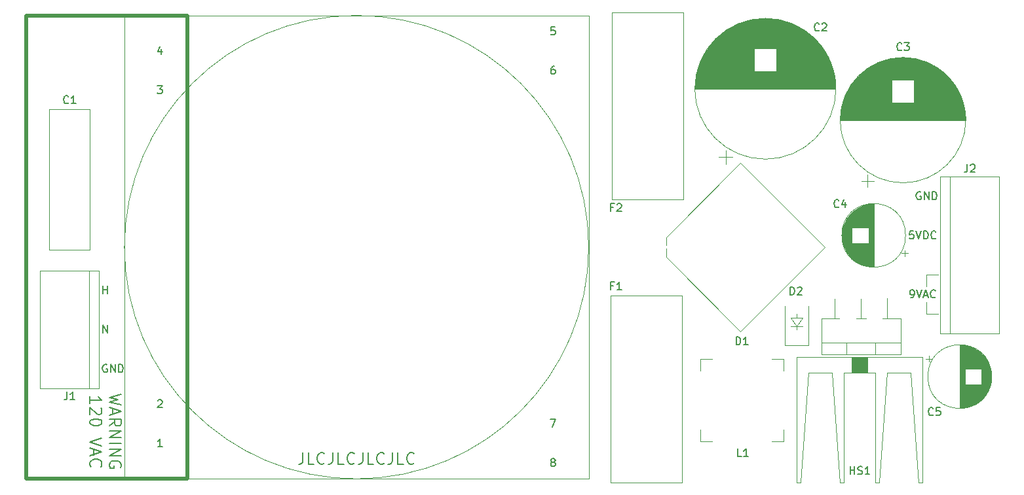
<source format=gbr>
%TF.GenerationSoftware,KiCad,Pcbnew,(5.1.9)-1*%
%TF.CreationDate,2021-06-27T18:44:15-04:00*%
%TF.ProjectId,C64PowerSupply,43363450-6f77-4657-9253-7570706c792e,A*%
%TF.SameCoordinates,Original*%
%TF.FileFunction,Legend,Top*%
%TF.FilePolarity,Positive*%
%FSLAX46Y46*%
G04 Gerber Fmt 4.6, Leading zero omitted, Abs format (unit mm)*
G04 Created by KiCad (PCBNEW (5.1.9)-1) date 2021-06-27 18:44:15*
%MOMM*%
%LPD*%
G01*
G04 APERTURE LIST*
%ADD10C,0.200000*%
%ADD11C,0.203200*%
%ADD12C,0.120000*%
%ADD13C,0.150000*%
%ADD14C,0.508000*%
%ADD15C,0.100000*%
G04 APERTURE END LIST*
D10*
X104831428Y-123130571D02*
X104831428Y-124202000D01*
X104760000Y-124416285D01*
X104617142Y-124559142D01*
X104402857Y-124630571D01*
X104260000Y-124630571D01*
X106260000Y-124630571D02*
X105545714Y-124630571D01*
X105545714Y-123130571D01*
X107617142Y-124487714D02*
X107545714Y-124559142D01*
X107331428Y-124630571D01*
X107188571Y-124630571D01*
X106974285Y-124559142D01*
X106831428Y-124416285D01*
X106760000Y-124273428D01*
X106688571Y-123987714D01*
X106688571Y-123773428D01*
X106760000Y-123487714D01*
X106831428Y-123344857D01*
X106974285Y-123202000D01*
X107188571Y-123130571D01*
X107331428Y-123130571D01*
X107545714Y-123202000D01*
X107617142Y-123273428D01*
X108688571Y-123130571D02*
X108688571Y-124202000D01*
X108617142Y-124416285D01*
X108474285Y-124559142D01*
X108260000Y-124630571D01*
X108117142Y-124630571D01*
X110117142Y-124630571D02*
X109402857Y-124630571D01*
X109402857Y-123130571D01*
X111474285Y-124487714D02*
X111402857Y-124559142D01*
X111188571Y-124630571D01*
X111045714Y-124630571D01*
X110831428Y-124559142D01*
X110688571Y-124416285D01*
X110617142Y-124273428D01*
X110545714Y-123987714D01*
X110545714Y-123773428D01*
X110617142Y-123487714D01*
X110688571Y-123344857D01*
X110831428Y-123202000D01*
X111045714Y-123130571D01*
X111188571Y-123130571D01*
X111402857Y-123202000D01*
X111474285Y-123273428D01*
X112545714Y-123130571D02*
X112545714Y-124202000D01*
X112474285Y-124416285D01*
X112331428Y-124559142D01*
X112117142Y-124630571D01*
X111974285Y-124630571D01*
X113974285Y-124630571D02*
X113260000Y-124630571D01*
X113260000Y-123130571D01*
X115331428Y-124487714D02*
X115260000Y-124559142D01*
X115045714Y-124630571D01*
X114902857Y-124630571D01*
X114688571Y-124559142D01*
X114545714Y-124416285D01*
X114474285Y-124273428D01*
X114402857Y-123987714D01*
X114402857Y-123773428D01*
X114474285Y-123487714D01*
X114545714Y-123344857D01*
X114688571Y-123202000D01*
X114902857Y-123130571D01*
X115045714Y-123130571D01*
X115260000Y-123202000D01*
X115331428Y-123273428D01*
X116402857Y-123130571D02*
X116402857Y-124202000D01*
X116331428Y-124416285D01*
X116188571Y-124559142D01*
X115974285Y-124630571D01*
X115831428Y-124630571D01*
X117831428Y-124630571D02*
X117117142Y-124630571D01*
X117117142Y-123130571D01*
X119188571Y-124487714D02*
X119117142Y-124559142D01*
X118902857Y-124630571D01*
X118760000Y-124630571D01*
X118545714Y-124559142D01*
X118402857Y-124416285D01*
X118331428Y-124273428D01*
X118260000Y-123987714D01*
X118260000Y-123773428D01*
X118331428Y-123487714D01*
X118402857Y-123344857D01*
X118545714Y-123202000D01*
X118760000Y-123130571D01*
X118902857Y-123130571D01*
X119117142Y-123202000D01*
X119188571Y-123273428D01*
D11*
X81327171Y-115606285D02*
X79803171Y-115969142D01*
X80891742Y-116259428D01*
X79803171Y-116549714D01*
X81327171Y-116912571D01*
X80238600Y-117420571D02*
X80238600Y-118146285D01*
X79803171Y-117275428D02*
X81327171Y-117783428D01*
X79803171Y-118291428D01*
X79803171Y-119670285D02*
X80528885Y-119162285D01*
X79803171Y-118799428D02*
X81327171Y-118799428D01*
X81327171Y-119380000D01*
X81254600Y-119525142D01*
X81182028Y-119597714D01*
X81036885Y-119670285D01*
X80819171Y-119670285D01*
X80674028Y-119597714D01*
X80601457Y-119525142D01*
X80528885Y-119380000D01*
X80528885Y-118799428D01*
X79803171Y-120323428D02*
X81327171Y-120323428D01*
X79803171Y-121194285D01*
X81327171Y-121194285D01*
X79803171Y-121920000D02*
X81327171Y-121920000D01*
X79803171Y-122645714D02*
X81327171Y-122645714D01*
X79803171Y-123516571D01*
X81327171Y-123516571D01*
X81254600Y-125040571D02*
X81327171Y-124895428D01*
X81327171Y-124677714D01*
X81254600Y-124460000D01*
X81109457Y-124314857D01*
X80964314Y-124242285D01*
X80674028Y-124169714D01*
X80456314Y-124169714D01*
X80166028Y-124242285D01*
X80020885Y-124314857D01*
X79875742Y-124460000D01*
X79803171Y-124677714D01*
X79803171Y-124822857D01*
X79875742Y-125040571D01*
X79948314Y-125113142D01*
X80456314Y-125113142D01*
X80456314Y-124822857D01*
X77313971Y-116731142D02*
X77313971Y-115860285D01*
X77313971Y-116295714D02*
X78837971Y-116295714D01*
X78620257Y-116150571D01*
X78475114Y-116005428D01*
X78402542Y-115860285D01*
X78692828Y-117311714D02*
X78765400Y-117384285D01*
X78837971Y-117529428D01*
X78837971Y-117892285D01*
X78765400Y-118037428D01*
X78692828Y-118110000D01*
X78547685Y-118182571D01*
X78402542Y-118182571D01*
X78184828Y-118110000D01*
X77313971Y-117239142D01*
X77313971Y-118182571D01*
X78837971Y-119126000D02*
X78837971Y-119271142D01*
X78765400Y-119416285D01*
X78692828Y-119488857D01*
X78547685Y-119561428D01*
X78257400Y-119634000D01*
X77894542Y-119634000D01*
X77604257Y-119561428D01*
X77459114Y-119488857D01*
X77386542Y-119416285D01*
X77313971Y-119271142D01*
X77313971Y-119126000D01*
X77386542Y-118980857D01*
X77459114Y-118908285D01*
X77604257Y-118835714D01*
X77894542Y-118763142D01*
X78257400Y-118763142D01*
X78547685Y-118835714D01*
X78692828Y-118908285D01*
X78765400Y-118980857D01*
X78837971Y-119126000D01*
X78837971Y-121230571D02*
X77313971Y-121738571D01*
X78837971Y-122246571D01*
X77749400Y-122682000D02*
X77749400Y-123407714D01*
X77313971Y-122536857D02*
X78837971Y-123044857D01*
X77313971Y-123552857D01*
X77459114Y-124931714D02*
X77386542Y-124859142D01*
X77313971Y-124641428D01*
X77313971Y-124496285D01*
X77386542Y-124278571D01*
X77531685Y-124133428D01*
X77676828Y-124060857D01*
X77967114Y-123988285D01*
X78184828Y-123988285D01*
X78475114Y-124060857D01*
X78620257Y-124133428D01*
X78765400Y-124278571D01*
X78837971Y-124496285D01*
X78837971Y-124641428D01*
X78765400Y-124859142D01*
X78692828Y-124931714D01*
D12*
X186436000Y-105156000D02*
X186944000Y-105156000D01*
X185420000Y-105156000D02*
X186436000Y-105156000D01*
X185420000Y-103632000D02*
X185420000Y-105156000D01*
X185420000Y-100076000D02*
X185420000Y-101600000D01*
X186944000Y-100076000D02*
X185420000Y-100076000D01*
D13*
X79502095Y-111768000D02*
X79406857Y-111720380D01*
X79264000Y-111720380D01*
X79121142Y-111768000D01*
X79025904Y-111863238D01*
X78978285Y-111958476D01*
X78930666Y-112148952D01*
X78930666Y-112291809D01*
X78978285Y-112482285D01*
X79025904Y-112577523D01*
X79121142Y-112672761D01*
X79264000Y-112720380D01*
X79359238Y-112720380D01*
X79502095Y-112672761D01*
X79549714Y-112625142D01*
X79549714Y-112291809D01*
X79359238Y-112291809D01*
X79978285Y-112720380D02*
X79978285Y-111720380D01*
X80549714Y-112720380D01*
X80549714Y-111720380D01*
X81025904Y-112720380D02*
X81025904Y-111720380D01*
X81264000Y-111720380D01*
X81406857Y-111768000D01*
X81502095Y-111863238D01*
X81549714Y-111958476D01*
X81597333Y-112148952D01*
X81597333Y-112291809D01*
X81549714Y-112482285D01*
X81502095Y-112577523D01*
X81406857Y-112672761D01*
X81264000Y-112720380D01*
X81025904Y-112720380D01*
X78962285Y-107640380D02*
X78962285Y-106640380D01*
X79533714Y-107640380D01*
X79533714Y-106640380D01*
X78962285Y-102560380D02*
X78962285Y-101560380D01*
X78962285Y-102036571D02*
X79533714Y-102036571D01*
X79533714Y-102560380D02*
X79533714Y-101560380D01*
X183364380Y-103068380D02*
X183554857Y-103068380D01*
X183650095Y-103020761D01*
X183697714Y-102973142D01*
X183792952Y-102830285D01*
X183840571Y-102639809D01*
X183840571Y-102258857D01*
X183792952Y-102163619D01*
X183745333Y-102116000D01*
X183650095Y-102068380D01*
X183459619Y-102068380D01*
X183364380Y-102116000D01*
X183316761Y-102163619D01*
X183269142Y-102258857D01*
X183269142Y-102496952D01*
X183316761Y-102592190D01*
X183364380Y-102639809D01*
X183459619Y-102687428D01*
X183650095Y-102687428D01*
X183745333Y-102639809D01*
X183792952Y-102592190D01*
X183840571Y-102496952D01*
X184126285Y-102068380D02*
X184459619Y-103068380D01*
X184792952Y-102068380D01*
X185078666Y-102782666D02*
X185554857Y-102782666D01*
X184983428Y-103068380D02*
X185316761Y-102068380D01*
X185650095Y-103068380D01*
X186554857Y-102973142D02*
X186507238Y-103020761D01*
X186364380Y-103068380D01*
X186269142Y-103068380D01*
X186126285Y-103020761D01*
X186031047Y-102925523D01*
X185983428Y-102830285D01*
X185935809Y-102639809D01*
X185935809Y-102496952D01*
X185983428Y-102306476D01*
X186031047Y-102211238D01*
X186126285Y-102116000D01*
X186269142Y-102068380D01*
X186364380Y-102068380D01*
X186507238Y-102116000D01*
X186554857Y-102163619D01*
X183721523Y-94448380D02*
X183245333Y-94448380D01*
X183197714Y-94924571D01*
X183245333Y-94876952D01*
X183340571Y-94829333D01*
X183578666Y-94829333D01*
X183673904Y-94876952D01*
X183721523Y-94924571D01*
X183769142Y-95019809D01*
X183769142Y-95257904D01*
X183721523Y-95353142D01*
X183673904Y-95400761D01*
X183578666Y-95448380D01*
X183340571Y-95448380D01*
X183245333Y-95400761D01*
X183197714Y-95353142D01*
X184054857Y-94448380D02*
X184388190Y-95448380D01*
X184721523Y-94448380D01*
X185054857Y-95448380D02*
X185054857Y-94448380D01*
X185292952Y-94448380D01*
X185435809Y-94496000D01*
X185531047Y-94591238D01*
X185578666Y-94686476D01*
X185626285Y-94876952D01*
X185626285Y-95019809D01*
X185578666Y-95210285D01*
X185531047Y-95305523D01*
X185435809Y-95400761D01*
X185292952Y-95448380D01*
X185054857Y-95448380D01*
X186626285Y-95353142D02*
X186578666Y-95400761D01*
X186435809Y-95448380D01*
X186340571Y-95448380D01*
X186197714Y-95400761D01*
X186102476Y-95305523D01*
X186054857Y-95210285D01*
X186007238Y-95019809D01*
X186007238Y-94876952D01*
X186054857Y-94686476D01*
X186102476Y-94591238D01*
X186197714Y-94496000D01*
X186340571Y-94448380D01*
X186435809Y-94448380D01*
X186578666Y-94496000D01*
X186626285Y-94543619D01*
X184658095Y-89416000D02*
X184562857Y-89368380D01*
X184420000Y-89368380D01*
X184277142Y-89416000D01*
X184181904Y-89511238D01*
X184134285Y-89606476D01*
X184086666Y-89796952D01*
X184086666Y-89939809D01*
X184134285Y-90130285D01*
X184181904Y-90225523D01*
X184277142Y-90320761D01*
X184420000Y-90368380D01*
X184515238Y-90368380D01*
X184658095Y-90320761D01*
X184705714Y-90273142D01*
X184705714Y-89939809D01*
X184515238Y-89939809D01*
X185134285Y-90368380D02*
X185134285Y-89368380D01*
X185705714Y-90368380D01*
X185705714Y-89368380D01*
X186181904Y-90368380D02*
X186181904Y-89368380D01*
X186420000Y-89368380D01*
X186562857Y-89416000D01*
X186658095Y-89511238D01*
X186705714Y-89606476D01*
X186753333Y-89796952D01*
X186753333Y-89939809D01*
X186705714Y-90130285D01*
X186658095Y-90225523D01*
X186562857Y-90320761D01*
X186420000Y-90368380D01*
X186181904Y-90368380D01*
D14*
X69088000Y-126492000D02*
X69088000Y-66548000D01*
X89916000Y-126492000D02*
X69088000Y-126492000D01*
X89916000Y-66548000D02*
X89916000Y-126492000D01*
X69088000Y-66548000D02*
X89916000Y-66548000D01*
D12*
%TO.C,J2*%
X194818000Y-87376000D02*
X187198000Y-87376000D01*
X187198000Y-107696000D02*
X194818000Y-107696000D01*
X188468000Y-107696000D02*
X188468000Y-87376000D01*
X194818000Y-87376000D02*
X194818000Y-107696000D01*
X187198000Y-87376000D02*
X187198000Y-107696000D01*
%TO.C,J1*%
X78486000Y-114808000D02*
X70866000Y-114808000D01*
X78486000Y-99568000D02*
X70866000Y-99568000D01*
X77216000Y-114808000D02*
X77216000Y-99568000D01*
X70866000Y-114808000D02*
X70866000Y-99568000D01*
X78486000Y-114808000D02*
X78486000Y-99568000D01*
%TO.C,F2*%
X153952000Y-90325000D02*
X153952000Y-66125000D01*
X144752000Y-66125000D02*
X153952000Y-66125000D01*
X144752000Y-90325000D02*
X153952000Y-90325000D01*
X144752000Y-90325000D02*
X144752000Y-66125000D01*
%TO.C,F1*%
X153825000Y-127028000D02*
X153825000Y-102828000D01*
X144625000Y-102828000D02*
X153825000Y-102828000D01*
X144625000Y-127028000D02*
X153825000Y-127028000D01*
X144625000Y-127028000D02*
X144625000Y-102828000D01*
D15*
%TO.C,HS1*%
G36*
X175768000Y-110744000D02*
G01*
X177800000Y-110744000D01*
X177800000Y-112776000D01*
X175768000Y-112776000D01*
X175768000Y-110744000D01*
G37*
X175768000Y-110744000D02*
X177800000Y-110744000D01*
X177800000Y-112776000D01*
X175768000Y-112776000D01*
X175768000Y-110744000D01*
D12*
X176784000Y-112776000D02*
X176784000Y-110744000D01*
X168656000Y-110744000D02*
X168656000Y-127000000D01*
X168656000Y-127000000D02*
X169164000Y-127000000D01*
X169164000Y-127000000D02*
X170180000Y-112776000D01*
X170180000Y-112776000D02*
X173228000Y-112776000D01*
X173228000Y-112776000D02*
X174244000Y-127000000D01*
X174244000Y-127000000D02*
X174752000Y-127000000D01*
X174752000Y-127000000D02*
X174752000Y-112776000D01*
X174752000Y-112776000D02*
X178816000Y-112776000D01*
X178816000Y-112776000D02*
X178816000Y-127000000D01*
X178816000Y-127000000D02*
X179324000Y-127000000D01*
X179324000Y-127000000D02*
X180340000Y-112776000D01*
X180340000Y-112776000D02*
X183388000Y-112776000D01*
X183388000Y-112776000D02*
X184404000Y-127000000D01*
X184404000Y-127000000D02*
X184912000Y-127000000D01*
X184912000Y-127000000D02*
X184912000Y-110744000D01*
X184912000Y-110744000D02*
X168656000Y-110744000D01*
%TO.C,D1*%
X161377464Y-107409444D02*
X151760812Y-97792792D01*
X172266908Y-96520000D02*
X161377464Y-107409444D01*
X161377464Y-85630556D02*
X172266908Y-96520000D01*
X151760812Y-95247208D02*
X161377464Y-85630556D01*
X151760812Y-96307868D02*
X151760812Y-95247208D01*
X151760812Y-97792792D02*
X151760812Y-96732132D01*
%TO.C,L1*%
X166904000Y-111022000D02*
X165404000Y-111022000D01*
X166904000Y-111022000D02*
X166904000Y-112522000D01*
X166904000Y-121642000D02*
X166904000Y-120142000D01*
X166904000Y-121642000D02*
X165404000Y-121642000D01*
X156184000Y-121642000D02*
X157684000Y-121642000D01*
X156184000Y-111022000D02*
X157684000Y-111022000D01*
X156184000Y-121642000D02*
X156184000Y-120142000D01*
X156184000Y-111022000D02*
X156184000Y-112522000D01*
%TO.C,C5*%
X193830000Y-113284000D02*
G75*
G03*
X193830000Y-113284000I-4120000J0D01*
G01*
X189710000Y-109204000D02*
X189710000Y-117364000D01*
X189750000Y-109204000D02*
X189750000Y-117364000D01*
X189790000Y-109204000D02*
X189790000Y-117364000D01*
X189830000Y-109205000D02*
X189830000Y-117363000D01*
X189870000Y-109207000D02*
X189870000Y-117361000D01*
X189910000Y-109208000D02*
X189910000Y-117360000D01*
X189950000Y-109210000D02*
X189950000Y-117358000D01*
X189990000Y-109213000D02*
X189990000Y-117355000D01*
X190030000Y-109216000D02*
X190030000Y-117352000D01*
X190070000Y-109219000D02*
X190070000Y-117349000D01*
X190110000Y-109223000D02*
X190110000Y-117345000D01*
X190150000Y-109227000D02*
X190150000Y-117341000D01*
X190190000Y-109232000D02*
X190190000Y-117336000D01*
X190230000Y-109236000D02*
X190230000Y-117332000D01*
X190270000Y-109242000D02*
X190270000Y-117326000D01*
X190310000Y-109247000D02*
X190310000Y-117321000D01*
X190350000Y-109254000D02*
X190350000Y-117314000D01*
X190390000Y-109260000D02*
X190390000Y-117308000D01*
X190431000Y-109267000D02*
X190431000Y-112244000D01*
X190431000Y-114324000D02*
X190431000Y-117301000D01*
X190471000Y-109274000D02*
X190471000Y-112244000D01*
X190471000Y-114324000D02*
X190471000Y-117294000D01*
X190511000Y-109282000D02*
X190511000Y-112244000D01*
X190511000Y-114324000D02*
X190511000Y-117286000D01*
X190551000Y-109290000D02*
X190551000Y-112244000D01*
X190551000Y-114324000D02*
X190551000Y-117278000D01*
X190591000Y-109299000D02*
X190591000Y-112244000D01*
X190591000Y-114324000D02*
X190591000Y-117269000D01*
X190631000Y-109308000D02*
X190631000Y-112244000D01*
X190631000Y-114324000D02*
X190631000Y-117260000D01*
X190671000Y-109317000D02*
X190671000Y-112244000D01*
X190671000Y-114324000D02*
X190671000Y-117251000D01*
X190711000Y-109327000D02*
X190711000Y-112244000D01*
X190711000Y-114324000D02*
X190711000Y-117241000D01*
X190751000Y-109337000D02*
X190751000Y-112244000D01*
X190751000Y-114324000D02*
X190751000Y-117231000D01*
X190791000Y-109348000D02*
X190791000Y-112244000D01*
X190791000Y-114324000D02*
X190791000Y-117220000D01*
X190831000Y-109359000D02*
X190831000Y-112244000D01*
X190831000Y-114324000D02*
X190831000Y-117209000D01*
X190871000Y-109370000D02*
X190871000Y-112244000D01*
X190871000Y-114324000D02*
X190871000Y-117198000D01*
X190911000Y-109382000D02*
X190911000Y-112244000D01*
X190911000Y-114324000D02*
X190911000Y-117186000D01*
X190951000Y-109395000D02*
X190951000Y-112244000D01*
X190951000Y-114324000D02*
X190951000Y-117173000D01*
X190991000Y-109407000D02*
X190991000Y-112244000D01*
X190991000Y-114324000D02*
X190991000Y-117161000D01*
X191031000Y-109421000D02*
X191031000Y-112244000D01*
X191031000Y-114324000D02*
X191031000Y-117147000D01*
X191071000Y-109434000D02*
X191071000Y-112244000D01*
X191071000Y-114324000D02*
X191071000Y-117134000D01*
X191111000Y-109449000D02*
X191111000Y-112244000D01*
X191111000Y-114324000D02*
X191111000Y-117119000D01*
X191151000Y-109463000D02*
X191151000Y-112244000D01*
X191151000Y-114324000D02*
X191151000Y-117105000D01*
X191191000Y-109479000D02*
X191191000Y-112244000D01*
X191191000Y-114324000D02*
X191191000Y-117089000D01*
X191231000Y-109494000D02*
X191231000Y-112244000D01*
X191231000Y-114324000D02*
X191231000Y-117074000D01*
X191271000Y-109510000D02*
X191271000Y-112244000D01*
X191271000Y-114324000D02*
X191271000Y-117058000D01*
X191311000Y-109527000D02*
X191311000Y-112244000D01*
X191311000Y-114324000D02*
X191311000Y-117041000D01*
X191351000Y-109544000D02*
X191351000Y-112244000D01*
X191351000Y-114324000D02*
X191351000Y-117024000D01*
X191391000Y-109562000D02*
X191391000Y-112244000D01*
X191391000Y-114324000D02*
X191391000Y-117006000D01*
X191431000Y-109580000D02*
X191431000Y-112244000D01*
X191431000Y-114324000D02*
X191431000Y-116988000D01*
X191471000Y-109598000D02*
X191471000Y-112244000D01*
X191471000Y-114324000D02*
X191471000Y-116970000D01*
X191511000Y-109618000D02*
X191511000Y-112244000D01*
X191511000Y-114324000D02*
X191511000Y-116950000D01*
X191551000Y-109637000D02*
X191551000Y-112244000D01*
X191551000Y-114324000D02*
X191551000Y-116931000D01*
X191591000Y-109657000D02*
X191591000Y-112244000D01*
X191591000Y-114324000D02*
X191591000Y-116911000D01*
X191631000Y-109678000D02*
X191631000Y-112244000D01*
X191631000Y-114324000D02*
X191631000Y-116890000D01*
X191671000Y-109700000D02*
X191671000Y-112244000D01*
X191671000Y-114324000D02*
X191671000Y-116868000D01*
X191711000Y-109722000D02*
X191711000Y-112244000D01*
X191711000Y-114324000D02*
X191711000Y-116846000D01*
X191751000Y-109744000D02*
X191751000Y-112244000D01*
X191751000Y-114324000D02*
X191751000Y-116824000D01*
X191791000Y-109767000D02*
X191791000Y-112244000D01*
X191791000Y-114324000D02*
X191791000Y-116801000D01*
X191831000Y-109791000D02*
X191831000Y-112244000D01*
X191831000Y-114324000D02*
X191831000Y-116777000D01*
X191871000Y-109815000D02*
X191871000Y-112244000D01*
X191871000Y-114324000D02*
X191871000Y-116753000D01*
X191911000Y-109840000D02*
X191911000Y-112244000D01*
X191911000Y-114324000D02*
X191911000Y-116728000D01*
X191951000Y-109866000D02*
X191951000Y-112244000D01*
X191951000Y-114324000D02*
X191951000Y-116702000D01*
X191991000Y-109892000D02*
X191991000Y-112244000D01*
X191991000Y-114324000D02*
X191991000Y-116676000D01*
X192031000Y-109919000D02*
X192031000Y-112244000D01*
X192031000Y-114324000D02*
X192031000Y-116649000D01*
X192071000Y-109946000D02*
X192071000Y-112244000D01*
X192071000Y-114324000D02*
X192071000Y-116622000D01*
X192111000Y-109975000D02*
X192111000Y-112244000D01*
X192111000Y-114324000D02*
X192111000Y-116593000D01*
X192151000Y-110004000D02*
X192151000Y-112244000D01*
X192151000Y-114324000D02*
X192151000Y-116564000D01*
X192191000Y-110034000D02*
X192191000Y-112244000D01*
X192191000Y-114324000D02*
X192191000Y-116534000D01*
X192231000Y-110064000D02*
X192231000Y-112244000D01*
X192231000Y-114324000D02*
X192231000Y-116504000D01*
X192271000Y-110095000D02*
X192271000Y-112244000D01*
X192271000Y-114324000D02*
X192271000Y-116473000D01*
X192311000Y-110128000D02*
X192311000Y-112244000D01*
X192311000Y-114324000D02*
X192311000Y-116440000D01*
X192351000Y-110160000D02*
X192351000Y-112244000D01*
X192351000Y-114324000D02*
X192351000Y-116408000D01*
X192391000Y-110194000D02*
X192391000Y-112244000D01*
X192391000Y-114324000D02*
X192391000Y-116374000D01*
X192431000Y-110229000D02*
X192431000Y-112244000D01*
X192431000Y-114324000D02*
X192431000Y-116339000D01*
X192471000Y-110265000D02*
X192471000Y-112244000D01*
X192471000Y-114324000D02*
X192471000Y-116303000D01*
X192511000Y-110301000D02*
X192511000Y-116267000D01*
X192551000Y-110339000D02*
X192551000Y-116229000D01*
X192591000Y-110377000D02*
X192591000Y-116191000D01*
X192631000Y-110417000D02*
X192631000Y-116151000D01*
X192671000Y-110458000D02*
X192671000Y-116110000D01*
X192711000Y-110500000D02*
X192711000Y-116068000D01*
X192751000Y-110543000D02*
X192751000Y-116025000D01*
X192791000Y-110587000D02*
X192791000Y-115981000D01*
X192831000Y-110633000D02*
X192831000Y-115935000D01*
X192871000Y-110680000D02*
X192871000Y-115888000D01*
X192911000Y-110728000D02*
X192911000Y-115840000D01*
X192951000Y-110779000D02*
X192951000Y-115789000D01*
X192991000Y-110830000D02*
X192991000Y-115738000D01*
X193031000Y-110884000D02*
X193031000Y-115684000D01*
X193071000Y-110939000D02*
X193071000Y-115629000D01*
X193111000Y-110997000D02*
X193111000Y-115571000D01*
X193151000Y-111056000D02*
X193151000Y-115512000D01*
X193191000Y-111118000D02*
X193191000Y-115450000D01*
X193231000Y-111182000D02*
X193231000Y-115386000D01*
X193271000Y-111250000D02*
X193271000Y-115318000D01*
X193311000Y-111320000D02*
X193311000Y-115248000D01*
X193351000Y-111394000D02*
X193351000Y-115174000D01*
X193391000Y-111471000D02*
X193391000Y-115097000D01*
X193431000Y-111553000D02*
X193431000Y-115015000D01*
X193471000Y-111639000D02*
X193471000Y-114929000D01*
X193511000Y-111732000D02*
X193511000Y-114836000D01*
X193551000Y-111831000D02*
X193551000Y-114737000D01*
X193591000Y-111938000D02*
X193591000Y-114630000D01*
X193631000Y-112055000D02*
X193631000Y-114513000D01*
X193671000Y-112186000D02*
X193671000Y-114382000D01*
X193711000Y-112336000D02*
X193711000Y-114232000D01*
X193751000Y-112516000D02*
X193751000Y-114052000D01*
X193791000Y-112751000D02*
X193791000Y-113817000D01*
X185300302Y-110969000D02*
X186100302Y-110969000D01*
X185700302Y-110569000D02*
X185700302Y-111369000D01*
%TO.C,D2*%
X167132000Y-104140000D02*
X167132000Y-109220000D01*
X167132000Y-109220000D02*
X170180000Y-109220000D01*
X170180000Y-109220000D02*
X170180000Y-104140000D01*
X168656000Y-106807000D02*
X167894000Y-105664000D01*
X167894000Y-105664000D02*
X169418000Y-105664000D01*
X169418000Y-105664000D02*
X168656000Y-106807000D01*
X167894000Y-106807000D02*
X169418000Y-106807000D01*
X168656000Y-105664000D02*
X168656000Y-105156000D01*
X168656000Y-106807000D02*
X168656000Y-107188000D01*
%TO.C,U1*%
X182061000Y-110428000D02*
X171820000Y-110428000D01*
X182061000Y-105787000D02*
X179705000Y-105787000D01*
X177575000Y-105787000D02*
X176305000Y-105787000D01*
X174175000Y-105787000D02*
X171820000Y-105787000D01*
X182061000Y-110428000D02*
X182061000Y-105787000D01*
X171820000Y-110428000D02*
X171820000Y-105787000D01*
X182061000Y-108919000D02*
X171820000Y-108919000D01*
X178790000Y-110428000D02*
X178790000Y-108919000D01*
X175090000Y-110428000D02*
X175090000Y-108919000D01*
X180340000Y-105787000D02*
X180340000Y-103157000D01*
X176940000Y-105787000D02*
X176940000Y-103173000D01*
X173540000Y-105787000D02*
X173540000Y-103173000D01*
%TO.C,C4*%
X182710000Y-94996000D02*
G75*
G03*
X182710000Y-94996000I-4120000J0D01*
G01*
X178590000Y-99076000D02*
X178590000Y-90916000D01*
X178550000Y-99076000D02*
X178550000Y-90916000D01*
X178510000Y-99076000D02*
X178510000Y-90916000D01*
X178470000Y-99075000D02*
X178470000Y-90917000D01*
X178430000Y-99073000D02*
X178430000Y-90919000D01*
X178390000Y-99072000D02*
X178390000Y-90920000D01*
X178350000Y-99070000D02*
X178350000Y-90922000D01*
X178310000Y-99067000D02*
X178310000Y-90925000D01*
X178270000Y-99064000D02*
X178270000Y-90928000D01*
X178230000Y-99061000D02*
X178230000Y-90931000D01*
X178190000Y-99057000D02*
X178190000Y-90935000D01*
X178150000Y-99053000D02*
X178150000Y-90939000D01*
X178110000Y-99048000D02*
X178110000Y-90944000D01*
X178070000Y-99044000D02*
X178070000Y-90948000D01*
X178030000Y-99038000D02*
X178030000Y-90954000D01*
X177990000Y-99033000D02*
X177990000Y-90959000D01*
X177950000Y-99026000D02*
X177950000Y-90966000D01*
X177910000Y-99020000D02*
X177910000Y-90972000D01*
X177869000Y-99013000D02*
X177869000Y-96036000D01*
X177869000Y-93956000D02*
X177869000Y-90979000D01*
X177829000Y-99006000D02*
X177829000Y-96036000D01*
X177829000Y-93956000D02*
X177829000Y-90986000D01*
X177789000Y-98998000D02*
X177789000Y-96036000D01*
X177789000Y-93956000D02*
X177789000Y-90994000D01*
X177749000Y-98990000D02*
X177749000Y-96036000D01*
X177749000Y-93956000D02*
X177749000Y-91002000D01*
X177709000Y-98981000D02*
X177709000Y-96036000D01*
X177709000Y-93956000D02*
X177709000Y-91011000D01*
X177669000Y-98972000D02*
X177669000Y-96036000D01*
X177669000Y-93956000D02*
X177669000Y-91020000D01*
X177629000Y-98963000D02*
X177629000Y-96036000D01*
X177629000Y-93956000D02*
X177629000Y-91029000D01*
X177589000Y-98953000D02*
X177589000Y-96036000D01*
X177589000Y-93956000D02*
X177589000Y-91039000D01*
X177549000Y-98943000D02*
X177549000Y-96036000D01*
X177549000Y-93956000D02*
X177549000Y-91049000D01*
X177509000Y-98932000D02*
X177509000Y-96036000D01*
X177509000Y-93956000D02*
X177509000Y-91060000D01*
X177469000Y-98921000D02*
X177469000Y-96036000D01*
X177469000Y-93956000D02*
X177469000Y-91071000D01*
X177429000Y-98910000D02*
X177429000Y-96036000D01*
X177429000Y-93956000D02*
X177429000Y-91082000D01*
X177389000Y-98898000D02*
X177389000Y-96036000D01*
X177389000Y-93956000D02*
X177389000Y-91094000D01*
X177349000Y-98885000D02*
X177349000Y-96036000D01*
X177349000Y-93956000D02*
X177349000Y-91107000D01*
X177309000Y-98873000D02*
X177309000Y-96036000D01*
X177309000Y-93956000D02*
X177309000Y-91119000D01*
X177269000Y-98859000D02*
X177269000Y-96036000D01*
X177269000Y-93956000D02*
X177269000Y-91133000D01*
X177229000Y-98846000D02*
X177229000Y-96036000D01*
X177229000Y-93956000D02*
X177229000Y-91146000D01*
X177189000Y-98831000D02*
X177189000Y-96036000D01*
X177189000Y-93956000D02*
X177189000Y-91161000D01*
X177149000Y-98817000D02*
X177149000Y-96036000D01*
X177149000Y-93956000D02*
X177149000Y-91175000D01*
X177109000Y-98801000D02*
X177109000Y-96036000D01*
X177109000Y-93956000D02*
X177109000Y-91191000D01*
X177069000Y-98786000D02*
X177069000Y-96036000D01*
X177069000Y-93956000D02*
X177069000Y-91206000D01*
X177029000Y-98770000D02*
X177029000Y-96036000D01*
X177029000Y-93956000D02*
X177029000Y-91222000D01*
X176989000Y-98753000D02*
X176989000Y-96036000D01*
X176989000Y-93956000D02*
X176989000Y-91239000D01*
X176949000Y-98736000D02*
X176949000Y-96036000D01*
X176949000Y-93956000D02*
X176949000Y-91256000D01*
X176909000Y-98718000D02*
X176909000Y-96036000D01*
X176909000Y-93956000D02*
X176909000Y-91274000D01*
X176869000Y-98700000D02*
X176869000Y-96036000D01*
X176869000Y-93956000D02*
X176869000Y-91292000D01*
X176829000Y-98682000D02*
X176829000Y-96036000D01*
X176829000Y-93956000D02*
X176829000Y-91310000D01*
X176789000Y-98662000D02*
X176789000Y-96036000D01*
X176789000Y-93956000D02*
X176789000Y-91330000D01*
X176749000Y-98643000D02*
X176749000Y-96036000D01*
X176749000Y-93956000D02*
X176749000Y-91349000D01*
X176709000Y-98623000D02*
X176709000Y-96036000D01*
X176709000Y-93956000D02*
X176709000Y-91369000D01*
X176669000Y-98602000D02*
X176669000Y-96036000D01*
X176669000Y-93956000D02*
X176669000Y-91390000D01*
X176629000Y-98580000D02*
X176629000Y-96036000D01*
X176629000Y-93956000D02*
X176629000Y-91412000D01*
X176589000Y-98558000D02*
X176589000Y-96036000D01*
X176589000Y-93956000D02*
X176589000Y-91434000D01*
X176549000Y-98536000D02*
X176549000Y-96036000D01*
X176549000Y-93956000D02*
X176549000Y-91456000D01*
X176509000Y-98513000D02*
X176509000Y-96036000D01*
X176509000Y-93956000D02*
X176509000Y-91479000D01*
X176469000Y-98489000D02*
X176469000Y-96036000D01*
X176469000Y-93956000D02*
X176469000Y-91503000D01*
X176429000Y-98465000D02*
X176429000Y-96036000D01*
X176429000Y-93956000D02*
X176429000Y-91527000D01*
X176389000Y-98440000D02*
X176389000Y-96036000D01*
X176389000Y-93956000D02*
X176389000Y-91552000D01*
X176349000Y-98414000D02*
X176349000Y-96036000D01*
X176349000Y-93956000D02*
X176349000Y-91578000D01*
X176309000Y-98388000D02*
X176309000Y-96036000D01*
X176309000Y-93956000D02*
X176309000Y-91604000D01*
X176269000Y-98361000D02*
X176269000Y-96036000D01*
X176269000Y-93956000D02*
X176269000Y-91631000D01*
X176229000Y-98334000D02*
X176229000Y-96036000D01*
X176229000Y-93956000D02*
X176229000Y-91658000D01*
X176189000Y-98305000D02*
X176189000Y-96036000D01*
X176189000Y-93956000D02*
X176189000Y-91687000D01*
X176149000Y-98276000D02*
X176149000Y-96036000D01*
X176149000Y-93956000D02*
X176149000Y-91716000D01*
X176109000Y-98246000D02*
X176109000Y-96036000D01*
X176109000Y-93956000D02*
X176109000Y-91746000D01*
X176069000Y-98216000D02*
X176069000Y-96036000D01*
X176069000Y-93956000D02*
X176069000Y-91776000D01*
X176029000Y-98185000D02*
X176029000Y-96036000D01*
X176029000Y-93956000D02*
X176029000Y-91807000D01*
X175989000Y-98152000D02*
X175989000Y-96036000D01*
X175989000Y-93956000D02*
X175989000Y-91840000D01*
X175949000Y-98120000D02*
X175949000Y-96036000D01*
X175949000Y-93956000D02*
X175949000Y-91872000D01*
X175909000Y-98086000D02*
X175909000Y-96036000D01*
X175909000Y-93956000D02*
X175909000Y-91906000D01*
X175869000Y-98051000D02*
X175869000Y-96036000D01*
X175869000Y-93956000D02*
X175869000Y-91941000D01*
X175829000Y-98015000D02*
X175829000Y-96036000D01*
X175829000Y-93956000D02*
X175829000Y-91977000D01*
X175789000Y-97979000D02*
X175789000Y-92013000D01*
X175749000Y-97941000D02*
X175749000Y-92051000D01*
X175709000Y-97903000D02*
X175709000Y-92089000D01*
X175669000Y-97863000D02*
X175669000Y-92129000D01*
X175629000Y-97822000D02*
X175629000Y-92170000D01*
X175589000Y-97780000D02*
X175589000Y-92212000D01*
X175549000Y-97737000D02*
X175549000Y-92255000D01*
X175509000Y-97693000D02*
X175509000Y-92299000D01*
X175469000Y-97647000D02*
X175469000Y-92345000D01*
X175429000Y-97600000D02*
X175429000Y-92392000D01*
X175389000Y-97552000D02*
X175389000Y-92440000D01*
X175349000Y-97501000D02*
X175349000Y-92491000D01*
X175309000Y-97450000D02*
X175309000Y-92542000D01*
X175269000Y-97396000D02*
X175269000Y-92596000D01*
X175229000Y-97341000D02*
X175229000Y-92651000D01*
X175189000Y-97283000D02*
X175189000Y-92709000D01*
X175149000Y-97224000D02*
X175149000Y-92768000D01*
X175109000Y-97162000D02*
X175109000Y-92830000D01*
X175069000Y-97098000D02*
X175069000Y-92894000D01*
X175029000Y-97030000D02*
X175029000Y-92962000D01*
X174989000Y-96960000D02*
X174989000Y-93032000D01*
X174949000Y-96886000D02*
X174949000Y-93106000D01*
X174909000Y-96809000D02*
X174909000Y-93183000D01*
X174869000Y-96727000D02*
X174869000Y-93265000D01*
X174829000Y-96641000D02*
X174829000Y-93351000D01*
X174789000Y-96548000D02*
X174789000Y-93444000D01*
X174749000Y-96449000D02*
X174749000Y-93543000D01*
X174709000Y-96342000D02*
X174709000Y-93650000D01*
X174669000Y-96225000D02*
X174669000Y-93767000D01*
X174629000Y-96094000D02*
X174629000Y-93898000D01*
X174589000Y-95944000D02*
X174589000Y-94048000D01*
X174549000Y-95764000D02*
X174549000Y-94228000D01*
X174509000Y-95529000D02*
X174509000Y-94463000D01*
X182999698Y-97311000D02*
X182199698Y-97311000D01*
X182599698Y-97711000D02*
X182599698Y-96911000D01*
%TO.C,C3*%
X190492000Y-80070000D02*
G75*
G03*
X190492000Y-80070000I-8120000J0D01*
G01*
X174291000Y-80070000D02*
X190453000Y-80070000D01*
X174292000Y-80030000D02*
X190452000Y-80030000D01*
X174292000Y-79990000D02*
X190452000Y-79990000D01*
X174292000Y-79950000D02*
X190452000Y-79950000D01*
X174293000Y-79910000D02*
X190451000Y-79910000D01*
X174294000Y-79870000D02*
X190450000Y-79870000D01*
X174295000Y-79830000D02*
X190449000Y-79830000D01*
X174296000Y-79790000D02*
X190448000Y-79790000D01*
X174298000Y-79750000D02*
X190446000Y-79750000D01*
X174299000Y-79710000D02*
X190445000Y-79710000D01*
X174301000Y-79670000D02*
X190443000Y-79670000D01*
X174303000Y-79630000D02*
X190441000Y-79630000D01*
X174306000Y-79590000D02*
X190438000Y-79590000D01*
X174308000Y-79550000D02*
X190436000Y-79550000D01*
X174311000Y-79510000D02*
X190433000Y-79510000D01*
X174314000Y-79470000D02*
X190430000Y-79470000D01*
X174317000Y-79430000D02*
X190427000Y-79430000D01*
X174320000Y-79390000D02*
X190424000Y-79390000D01*
X174323000Y-79349000D02*
X190421000Y-79349000D01*
X174327000Y-79309000D02*
X190417000Y-79309000D01*
X174331000Y-79269000D02*
X190413000Y-79269000D01*
X174335000Y-79229000D02*
X190409000Y-79229000D01*
X174339000Y-79189000D02*
X190405000Y-79189000D01*
X174344000Y-79149000D02*
X190400000Y-79149000D01*
X174348000Y-79109000D02*
X190396000Y-79109000D01*
X174353000Y-79069000D02*
X190391000Y-79069000D01*
X174358000Y-79029000D02*
X190386000Y-79029000D01*
X174364000Y-78989000D02*
X190380000Y-78989000D01*
X174369000Y-78949000D02*
X190375000Y-78949000D01*
X174375000Y-78909000D02*
X190369000Y-78909000D01*
X174381000Y-78869000D02*
X190363000Y-78869000D01*
X174387000Y-78829000D02*
X190357000Y-78829000D01*
X174393000Y-78789000D02*
X190351000Y-78789000D01*
X174400000Y-78749000D02*
X190344000Y-78749000D01*
X174406000Y-78709000D02*
X190338000Y-78709000D01*
X174413000Y-78669000D02*
X190331000Y-78669000D01*
X174420000Y-78629000D02*
X190324000Y-78629000D01*
X174428000Y-78589000D02*
X190316000Y-78589000D01*
X174435000Y-78549000D02*
X190309000Y-78549000D01*
X174443000Y-78509000D02*
X190301000Y-78509000D01*
X174451000Y-78469000D02*
X190293000Y-78469000D01*
X174459000Y-78429000D02*
X190285000Y-78429000D01*
X174467000Y-78389000D02*
X190277000Y-78389000D01*
X174476000Y-78349000D02*
X190268000Y-78349000D01*
X174485000Y-78309000D02*
X190259000Y-78309000D01*
X174494000Y-78269000D02*
X190250000Y-78269000D01*
X174503000Y-78229000D02*
X190241000Y-78229000D01*
X174512000Y-78189000D02*
X190232000Y-78189000D01*
X174522000Y-78149000D02*
X190222000Y-78149000D01*
X174532000Y-78109000D02*
X190212000Y-78109000D01*
X174542000Y-78069000D02*
X190202000Y-78069000D01*
X174552000Y-78029000D02*
X190192000Y-78029000D01*
X174562000Y-77989000D02*
X190182000Y-77989000D01*
X174573000Y-77949000D02*
X190171000Y-77949000D01*
X174584000Y-77909000D02*
X190160000Y-77909000D01*
X174595000Y-77869000D02*
X190149000Y-77869000D01*
X174607000Y-77829000D02*
X190137000Y-77829000D01*
X174618000Y-77789000D02*
X190126000Y-77789000D01*
X174630000Y-77749000D02*
X180932000Y-77749000D01*
X183812000Y-77749000D02*
X190114000Y-77749000D01*
X174642000Y-77709000D02*
X180932000Y-77709000D01*
X183812000Y-77709000D02*
X190102000Y-77709000D01*
X174654000Y-77669000D02*
X180932000Y-77669000D01*
X183812000Y-77669000D02*
X190090000Y-77669000D01*
X174667000Y-77629000D02*
X180932000Y-77629000D01*
X183812000Y-77629000D02*
X190077000Y-77629000D01*
X174679000Y-77589000D02*
X180932000Y-77589000D01*
X183812000Y-77589000D02*
X190065000Y-77589000D01*
X174692000Y-77549000D02*
X180932000Y-77549000D01*
X183812000Y-77549000D02*
X190052000Y-77549000D01*
X174706000Y-77509000D02*
X180932000Y-77509000D01*
X183812000Y-77509000D02*
X190038000Y-77509000D01*
X174719000Y-77469000D02*
X180932000Y-77469000D01*
X183812000Y-77469000D02*
X190025000Y-77469000D01*
X174733000Y-77429000D02*
X180932000Y-77429000D01*
X183812000Y-77429000D02*
X190011000Y-77429000D01*
X174747000Y-77389000D02*
X180932000Y-77389000D01*
X183812000Y-77389000D02*
X189997000Y-77389000D01*
X174761000Y-77349000D02*
X180932000Y-77349000D01*
X183812000Y-77349000D02*
X189983000Y-77349000D01*
X174775000Y-77309000D02*
X180932000Y-77309000D01*
X183812000Y-77309000D02*
X189969000Y-77309000D01*
X174790000Y-77269000D02*
X180932000Y-77269000D01*
X183812000Y-77269000D02*
X189954000Y-77269000D01*
X174804000Y-77229000D02*
X180932000Y-77229000D01*
X183812000Y-77229000D02*
X189940000Y-77229000D01*
X174819000Y-77189000D02*
X180932000Y-77189000D01*
X183812000Y-77189000D02*
X189925000Y-77189000D01*
X174835000Y-77149000D02*
X180932000Y-77149000D01*
X183812000Y-77149000D02*
X189909000Y-77149000D01*
X174850000Y-77109000D02*
X180932000Y-77109000D01*
X183812000Y-77109000D02*
X189894000Y-77109000D01*
X174866000Y-77069000D02*
X180932000Y-77069000D01*
X183812000Y-77069000D02*
X189878000Y-77069000D01*
X174882000Y-77029000D02*
X180932000Y-77029000D01*
X183812000Y-77029000D02*
X189862000Y-77029000D01*
X174898000Y-76989000D02*
X180932000Y-76989000D01*
X183812000Y-76989000D02*
X189846000Y-76989000D01*
X174915000Y-76949000D02*
X180932000Y-76949000D01*
X183812000Y-76949000D02*
X189829000Y-76949000D01*
X174932000Y-76909000D02*
X180932000Y-76909000D01*
X183812000Y-76909000D02*
X189812000Y-76909000D01*
X174949000Y-76869000D02*
X180932000Y-76869000D01*
X183812000Y-76869000D02*
X189795000Y-76869000D01*
X174966000Y-76829000D02*
X180932000Y-76829000D01*
X183812000Y-76829000D02*
X189778000Y-76829000D01*
X174983000Y-76789000D02*
X180932000Y-76789000D01*
X183812000Y-76789000D02*
X189761000Y-76789000D01*
X175001000Y-76749000D02*
X180932000Y-76749000D01*
X183812000Y-76749000D02*
X189743000Y-76749000D01*
X175019000Y-76709000D02*
X180932000Y-76709000D01*
X183812000Y-76709000D02*
X189725000Y-76709000D01*
X175038000Y-76669000D02*
X180932000Y-76669000D01*
X183812000Y-76669000D02*
X189706000Y-76669000D01*
X175056000Y-76629000D02*
X180932000Y-76629000D01*
X183812000Y-76629000D02*
X189688000Y-76629000D01*
X175075000Y-76589000D02*
X180932000Y-76589000D01*
X183812000Y-76589000D02*
X189669000Y-76589000D01*
X175094000Y-76549000D02*
X180932000Y-76549000D01*
X183812000Y-76549000D02*
X189650000Y-76549000D01*
X175114000Y-76509000D02*
X180932000Y-76509000D01*
X183812000Y-76509000D02*
X189630000Y-76509000D01*
X175133000Y-76469000D02*
X180932000Y-76469000D01*
X183812000Y-76469000D02*
X189611000Y-76469000D01*
X175153000Y-76429000D02*
X180932000Y-76429000D01*
X183812000Y-76429000D02*
X189591000Y-76429000D01*
X175173000Y-76389000D02*
X180932000Y-76389000D01*
X183812000Y-76389000D02*
X189571000Y-76389000D01*
X175194000Y-76349000D02*
X180932000Y-76349000D01*
X183812000Y-76349000D02*
X189550000Y-76349000D01*
X175215000Y-76309000D02*
X180932000Y-76309000D01*
X183812000Y-76309000D02*
X189529000Y-76309000D01*
X175236000Y-76269000D02*
X180932000Y-76269000D01*
X183812000Y-76269000D02*
X189508000Y-76269000D01*
X175257000Y-76229000D02*
X180932000Y-76229000D01*
X183812000Y-76229000D02*
X189487000Y-76229000D01*
X175278000Y-76189000D02*
X180932000Y-76189000D01*
X183812000Y-76189000D02*
X189466000Y-76189000D01*
X175300000Y-76149000D02*
X180932000Y-76149000D01*
X183812000Y-76149000D02*
X189444000Y-76149000D01*
X175323000Y-76109000D02*
X180932000Y-76109000D01*
X183812000Y-76109000D02*
X189421000Y-76109000D01*
X175345000Y-76069000D02*
X180932000Y-76069000D01*
X183812000Y-76069000D02*
X189399000Y-76069000D01*
X175368000Y-76029000D02*
X180932000Y-76029000D01*
X183812000Y-76029000D02*
X189376000Y-76029000D01*
X175391000Y-75989000D02*
X180932000Y-75989000D01*
X183812000Y-75989000D02*
X189353000Y-75989000D01*
X175414000Y-75949000D02*
X180932000Y-75949000D01*
X183812000Y-75949000D02*
X189330000Y-75949000D01*
X175438000Y-75909000D02*
X180932000Y-75909000D01*
X183812000Y-75909000D02*
X189306000Y-75909000D01*
X175462000Y-75869000D02*
X180932000Y-75869000D01*
X183812000Y-75869000D02*
X189282000Y-75869000D01*
X175486000Y-75829000D02*
X180932000Y-75829000D01*
X183812000Y-75829000D02*
X189258000Y-75829000D01*
X175511000Y-75789000D02*
X180932000Y-75789000D01*
X183812000Y-75789000D02*
X189233000Y-75789000D01*
X175536000Y-75749000D02*
X180932000Y-75749000D01*
X183812000Y-75749000D02*
X189208000Y-75749000D01*
X175561000Y-75709000D02*
X180932000Y-75709000D01*
X183812000Y-75709000D02*
X189183000Y-75709000D01*
X175587000Y-75669000D02*
X180932000Y-75669000D01*
X183812000Y-75669000D02*
X189157000Y-75669000D01*
X175613000Y-75629000D02*
X180932000Y-75629000D01*
X183812000Y-75629000D02*
X189131000Y-75629000D01*
X175639000Y-75589000D02*
X180932000Y-75589000D01*
X183812000Y-75589000D02*
X189105000Y-75589000D01*
X175666000Y-75549000D02*
X180932000Y-75549000D01*
X183812000Y-75549000D02*
X189078000Y-75549000D01*
X175693000Y-75509000D02*
X180932000Y-75509000D01*
X183812000Y-75509000D02*
X189051000Y-75509000D01*
X175720000Y-75469000D02*
X180932000Y-75469000D01*
X183812000Y-75469000D02*
X189024000Y-75469000D01*
X175748000Y-75429000D02*
X180932000Y-75429000D01*
X183812000Y-75429000D02*
X188996000Y-75429000D01*
X175776000Y-75389000D02*
X180932000Y-75389000D01*
X183812000Y-75389000D02*
X188968000Y-75389000D01*
X175804000Y-75349000D02*
X180932000Y-75349000D01*
X183812000Y-75349000D02*
X188940000Y-75349000D01*
X175833000Y-75309000D02*
X180932000Y-75309000D01*
X183812000Y-75309000D02*
X188911000Y-75309000D01*
X175862000Y-75269000D02*
X180932000Y-75269000D01*
X183812000Y-75269000D02*
X188882000Y-75269000D01*
X175892000Y-75229000D02*
X180932000Y-75229000D01*
X183812000Y-75229000D02*
X188852000Y-75229000D01*
X175922000Y-75189000D02*
X180932000Y-75189000D01*
X183812000Y-75189000D02*
X188822000Y-75189000D01*
X175952000Y-75149000D02*
X180932000Y-75149000D01*
X183812000Y-75149000D02*
X188792000Y-75149000D01*
X175982000Y-75109000D02*
X180932000Y-75109000D01*
X183812000Y-75109000D02*
X188762000Y-75109000D01*
X176014000Y-75069000D02*
X180932000Y-75069000D01*
X183812000Y-75069000D02*
X188730000Y-75069000D01*
X176045000Y-75029000D02*
X180932000Y-75029000D01*
X183812000Y-75029000D02*
X188699000Y-75029000D01*
X176077000Y-74989000D02*
X180932000Y-74989000D01*
X183812000Y-74989000D02*
X188667000Y-74989000D01*
X176109000Y-74949000D02*
X180932000Y-74949000D01*
X183812000Y-74949000D02*
X188635000Y-74949000D01*
X176142000Y-74909000D02*
X180932000Y-74909000D01*
X183812000Y-74909000D02*
X188602000Y-74909000D01*
X176175000Y-74869000D02*
X188569000Y-74869000D01*
X176209000Y-74829000D02*
X188535000Y-74829000D01*
X176243000Y-74789000D02*
X188501000Y-74789000D01*
X176277000Y-74749000D02*
X188467000Y-74749000D01*
X176312000Y-74709000D02*
X188432000Y-74709000D01*
X176347000Y-74669000D02*
X188397000Y-74669000D01*
X176383000Y-74629000D02*
X188361000Y-74629000D01*
X176420000Y-74589000D02*
X188324000Y-74589000D01*
X176456000Y-74549000D02*
X188288000Y-74549000D01*
X176494000Y-74509000D02*
X188250000Y-74509000D01*
X176532000Y-74469000D02*
X188212000Y-74469000D01*
X176570000Y-74429000D02*
X188174000Y-74429000D01*
X176609000Y-74389000D02*
X188135000Y-74389000D01*
X176648000Y-74349000D02*
X188096000Y-74349000D01*
X176688000Y-74309000D02*
X188056000Y-74309000D01*
X176729000Y-74269000D02*
X188015000Y-74269000D01*
X176770000Y-74229000D02*
X187974000Y-74229000D01*
X176812000Y-74189000D02*
X187932000Y-74189000D01*
X176854000Y-74149000D02*
X187890000Y-74149000D01*
X176897000Y-74109000D02*
X187847000Y-74109000D01*
X176940000Y-74069000D02*
X187804000Y-74069000D01*
X176984000Y-74029000D02*
X187760000Y-74029000D01*
X177029000Y-73989000D02*
X187715000Y-73989000D01*
X177075000Y-73949000D02*
X187669000Y-73949000D01*
X177121000Y-73909000D02*
X187623000Y-73909000D01*
X177168000Y-73869000D02*
X187576000Y-73869000D01*
X177216000Y-73829000D02*
X187528000Y-73829000D01*
X177264000Y-73789000D02*
X187480000Y-73789000D01*
X177313000Y-73749000D02*
X187431000Y-73749000D01*
X177363000Y-73709000D02*
X187381000Y-73709000D01*
X177414000Y-73669000D02*
X187330000Y-73669000D01*
X177466000Y-73629000D02*
X187278000Y-73629000D01*
X177518000Y-73589000D02*
X187226000Y-73589000D01*
X177572000Y-73549000D02*
X187172000Y-73549000D01*
X177626000Y-73509000D02*
X187118000Y-73509000D01*
X177681000Y-73469000D02*
X187063000Y-73469000D01*
X177738000Y-73429000D02*
X187006000Y-73429000D01*
X177795000Y-73389000D02*
X186949000Y-73389000D01*
X177853000Y-73349000D02*
X186891000Y-73349000D01*
X177913000Y-73309000D02*
X186831000Y-73309000D01*
X177974000Y-73269000D02*
X186770000Y-73269000D01*
X178036000Y-73229000D02*
X186708000Y-73229000D01*
X178099000Y-73189000D02*
X186645000Y-73189000D01*
X178163000Y-73149000D02*
X186581000Y-73149000D01*
X178229000Y-73109000D02*
X186515000Y-73109000D01*
X178296000Y-73069000D02*
X186448000Y-73069000D01*
X178365000Y-73029000D02*
X186379000Y-73029000D01*
X178436000Y-72989000D02*
X186308000Y-72989000D01*
X178508000Y-72949000D02*
X186236000Y-72949000D01*
X178582000Y-72909000D02*
X186162000Y-72909000D01*
X178657000Y-72869000D02*
X186087000Y-72869000D01*
X178735000Y-72829000D02*
X186009000Y-72829000D01*
X178815000Y-72789000D02*
X185929000Y-72789000D01*
X178897000Y-72749000D02*
X185847000Y-72749000D01*
X178982000Y-72709000D02*
X185762000Y-72709000D01*
X179069000Y-72669000D02*
X185675000Y-72669000D01*
X179159000Y-72629000D02*
X185585000Y-72629000D01*
X179252000Y-72589000D02*
X185492000Y-72589000D01*
X179348000Y-72549000D02*
X185396000Y-72549000D01*
X179448000Y-72509000D02*
X185296000Y-72509000D01*
X179552000Y-72469000D02*
X185192000Y-72469000D01*
X179661000Y-72429000D02*
X185083000Y-72429000D01*
X179775000Y-72389000D02*
X184969000Y-72389000D01*
X179894000Y-72349000D02*
X184850000Y-72349000D01*
X180021000Y-72309000D02*
X184723000Y-72309000D01*
X180154000Y-72269000D02*
X184590000Y-72269000D01*
X180298000Y-72229000D02*
X184446000Y-72229000D01*
X180452000Y-72189000D02*
X184292000Y-72189000D01*
X180620000Y-72149000D02*
X184124000Y-72149000D01*
X180808000Y-72109000D02*
X183936000Y-72109000D01*
X181021000Y-72069000D02*
X183723000Y-72069000D01*
X181274000Y-72029000D02*
X183470000Y-72029000D01*
X181607000Y-71989000D02*
X183137000Y-71989000D01*
X177817000Y-88759491D02*
X177817000Y-87159491D01*
X177017000Y-87959491D02*
X178617000Y-87959491D01*
%TO.C,C2*%
X173712000Y-76006000D02*
G75*
G03*
X173712000Y-76006000I-9120000J0D01*
G01*
X155511000Y-76006000D02*
X173673000Y-76006000D01*
X155512000Y-75966000D02*
X173672000Y-75966000D01*
X155512000Y-75926000D02*
X173672000Y-75926000D01*
X155512000Y-75886000D02*
X173672000Y-75886000D01*
X155513000Y-75846000D02*
X173671000Y-75846000D01*
X155514000Y-75806000D02*
X173670000Y-75806000D01*
X155515000Y-75766000D02*
X173669000Y-75766000D01*
X155516000Y-75726000D02*
X173668000Y-75726000D01*
X155517000Y-75686000D02*
X173667000Y-75686000D01*
X155519000Y-75646000D02*
X173665000Y-75646000D01*
X155520000Y-75606000D02*
X173664000Y-75606000D01*
X155522000Y-75566000D02*
X173662000Y-75566000D01*
X155524000Y-75526000D02*
X173660000Y-75526000D01*
X155526000Y-75486000D02*
X173658000Y-75486000D01*
X155529000Y-75446000D02*
X173655000Y-75446000D01*
X155531000Y-75406000D02*
X173653000Y-75406000D01*
X155534000Y-75366000D02*
X173650000Y-75366000D01*
X155537000Y-75326000D02*
X173647000Y-75326000D01*
X155540000Y-75285000D02*
X173644000Y-75285000D01*
X155543000Y-75245000D02*
X173641000Y-75245000D01*
X155547000Y-75205000D02*
X173637000Y-75205000D01*
X155550000Y-75165000D02*
X173634000Y-75165000D01*
X155554000Y-75125000D02*
X173630000Y-75125000D01*
X155558000Y-75085000D02*
X173626000Y-75085000D01*
X155562000Y-75045000D02*
X173622000Y-75045000D01*
X155566000Y-75005000D02*
X173618000Y-75005000D01*
X155571000Y-74965000D02*
X173613000Y-74965000D01*
X155576000Y-74925000D02*
X173608000Y-74925000D01*
X155581000Y-74885000D02*
X173603000Y-74885000D01*
X155586000Y-74845000D02*
X173598000Y-74845000D01*
X155591000Y-74805000D02*
X173593000Y-74805000D01*
X155596000Y-74765000D02*
X173588000Y-74765000D01*
X155602000Y-74725000D02*
X173582000Y-74725000D01*
X155608000Y-74685000D02*
X173576000Y-74685000D01*
X155613000Y-74645000D02*
X173571000Y-74645000D01*
X155620000Y-74605000D02*
X173564000Y-74605000D01*
X155626000Y-74565000D02*
X173558000Y-74565000D01*
X155632000Y-74525000D02*
X173552000Y-74525000D01*
X155639000Y-74485000D02*
X173545000Y-74485000D01*
X155646000Y-74445000D02*
X173538000Y-74445000D01*
X155653000Y-74405000D02*
X173531000Y-74405000D01*
X155660000Y-74365000D02*
X173524000Y-74365000D01*
X155668000Y-74325000D02*
X173516000Y-74325000D01*
X155675000Y-74285000D02*
X173509000Y-74285000D01*
X155683000Y-74245000D02*
X173501000Y-74245000D01*
X155691000Y-74205000D02*
X173493000Y-74205000D01*
X155699000Y-74165000D02*
X173485000Y-74165000D01*
X155707000Y-74125000D02*
X173477000Y-74125000D01*
X155716000Y-74085000D02*
X173468000Y-74085000D01*
X155725000Y-74045000D02*
X173459000Y-74045000D01*
X155734000Y-74005000D02*
X173450000Y-74005000D01*
X155743000Y-73965000D02*
X173441000Y-73965000D01*
X155752000Y-73925000D02*
X173432000Y-73925000D01*
X155761000Y-73885000D02*
X173423000Y-73885000D01*
X155771000Y-73845000D02*
X173413000Y-73845000D01*
X155781000Y-73805000D02*
X173403000Y-73805000D01*
X155791000Y-73765000D02*
X173393000Y-73765000D01*
X155801000Y-73725000D02*
X173383000Y-73725000D01*
X155812000Y-73685000D02*
X163152000Y-73685000D01*
X166032000Y-73685000D02*
X173372000Y-73685000D01*
X155822000Y-73645000D02*
X163152000Y-73645000D01*
X166032000Y-73645000D02*
X173362000Y-73645000D01*
X155833000Y-73605000D02*
X163152000Y-73605000D01*
X166032000Y-73605000D02*
X173351000Y-73605000D01*
X155844000Y-73565000D02*
X163152000Y-73565000D01*
X166032000Y-73565000D02*
X173340000Y-73565000D01*
X155855000Y-73525000D02*
X163152000Y-73525000D01*
X166032000Y-73525000D02*
X173329000Y-73525000D01*
X155867000Y-73485000D02*
X163152000Y-73485000D01*
X166032000Y-73485000D02*
X173317000Y-73485000D01*
X155878000Y-73445000D02*
X163152000Y-73445000D01*
X166032000Y-73445000D02*
X173306000Y-73445000D01*
X155890000Y-73405000D02*
X163152000Y-73405000D01*
X166032000Y-73405000D02*
X173294000Y-73405000D01*
X155902000Y-73365000D02*
X163152000Y-73365000D01*
X166032000Y-73365000D02*
X173282000Y-73365000D01*
X155914000Y-73325000D02*
X163152000Y-73325000D01*
X166032000Y-73325000D02*
X173270000Y-73325000D01*
X155927000Y-73285000D02*
X163152000Y-73285000D01*
X166032000Y-73285000D02*
X173257000Y-73285000D01*
X155939000Y-73245000D02*
X163152000Y-73245000D01*
X166032000Y-73245000D02*
X173245000Y-73245000D01*
X155952000Y-73205000D02*
X163152000Y-73205000D01*
X166032000Y-73205000D02*
X173232000Y-73205000D01*
X155965000Y-73165000D02*
X163152000Y-73165000D01*
X166032000Y-73165000D02*
X173219000Y-73165000D01*
X155978000Y-73125000D02*
X163152000Y-73125000D01*
X166032000Y-73125000D02*
X173206000Y-73125000D01*
X155992000Y-73085000D02*
X163152000Y-73085000D01*
X166032000Y-73085000D02*
X173192000Y-73085000D01*
X156005000Y-73045000D02*
X163152000Y-73045000D01*
X166032000Y-73045000D02*
X173179000Y-73045000D01*
X156019000Y-73005000D02*
X163152000Y-73005000D01*
X166032000Y-73005000D02*
X173165000Y-73005000D01*
X156033000Y-72965000D02*
X163152000Y-72965000D01*
X166032000Y-72965000D02*
X173151000Y-72965000D01*
X156047000Y-72925000D02*
X163152000Y-72925000D01*
X166032000Y-72925000D02*
X173137000Y-72925000D01*
X156062000Y-72885000D02*
X163152000Y-72885000D01*
X166032000Y-72885000D02*
X173122000Y-72885000D01*
X156076000Y-72845000D02*
X163152000Y-72845000D01*
X166032000Y-72845000D02*
X173108000Y-72845000D01*
X156091000Y-72805000D02*
X163152000Y-72805000D01*
X166032000Y-72805000D02*
X173093000Y-72805000D01*
X156106000Y-72765000D02*
X163152000Y-72765000D01*
X166032000Y-72765000D02*
X173078000Y-72765000D01*
X156122000Y-72725000D02*
X163152000Y-72725000D01*
X166032000Y-72725000D02*
X173062000Y-72725000D01*
X156137000Y-72685000D02*
X163152000Y-72685000D01*
X166032000Y-72685000D02*
X173047000Y-72685000D01*
X156153000Y-72645000D02*
X163152000Y-72645000D01*
X166032000Y-72645000D02*
X173031000Y-72645000D01*
X156169000Y-72605000D02*
X163152000Y-72605000D01*
X166032000Y-72605000D02*
X173015000Y-72605000D01*
X156185000Y-72565000D02*
X163152000Y-72565000D01*
X166032000Y-72565000D02*
X172999000Y-72565000D01*
X156202000Y-72525000D02*
X163152000Y-72525000D01*
X166032000Y-72525000D02*
X172982000Y-72525000D01*
X156218000Y-72485000D02*
X163152000Y-72485000D01*
X166032000Y-72485000D02*
X172966000Y-72485000D01*
X156235000Y-72445000D02*
X163152000Y-72445000D01*
X166032000Y-72445000D02*
X172949000Y-72445000D01*
X156252000Y-72405000D02*
X163152000Y-72405000D01*
X166032000Y-72405000D02*
X172932000Y-72405000D01*
X156269000Y-72365000D02*
X163152000Y-72365000D01*
X166032000Y-72365000D02*
X172915000Y-72365000D01*
X156287000Y-72325000D02*
X163152000Y-72325000D01*
X166032000Y-72325000D02*
X172897000Y-72325000D01*
X156305000Y-72285000D02*
X163152000Y-72285000D01*
X166032000Y-72285000D02*
X172879000Y-72285000D01*
X156323000Y-72245000D02*
X163152000Y-72245000D01*
X166032000Y-72245000D02*
X172861000Y-72245000D01*
X156341000Y-72205000D02*
X163152000Y-72205000D01*
X166032000Y-72205000D02*
X172843000Y-72205000D01*
X156359000Y-72165000D02*
X163152000Y-72165000D01*
X166032000Y-72165000D02*
X172825000Y-72165000D01*
X156378000Y-72125000D02*
X163152000Y-72125000D01*
X166032000Y-72125000D02*
X172806000Y-72125000D01*
X156397000Y-72085000D02*
X163152000Y-72085000D01*
X166032000Y-72085000D02*
X172787000Y-72085000D01*
X156416000Y-72045000D02*
X163152000Y-72045000D01*
X166032000Y-72045000D02*
X172768000Y-72045000D01*
X156436000Y-72005000D02*
X163152000Y-72005000D01*
X166032000Y-72005000D02*
X172748000Y-72005000D01*
X156455000Y-71965000D02*
X163152000Y-71965000D01*
X166032000Y-71965000D02*
X172729000Y-71965000D01*
X156475000Y-71925000D02*
X163152000Y-71925000D01*
X166032000Y-71925000D02*
X172709000Y-71925000D01*
X156495000Y-71885000D02*
X163152000Y-71885000D01*
X166032000Y-71885000D02*
X172689000Y-71885000D01*
X156516000Y-71845000D02*
X163152000Y-71845000D01*
X166032000Y-71845000D02*
X172668000Y-71845000D01*
X156536000Y-71805000D02*
X163152000Y-71805000D01*
X166032000Y-71805000D02*
X172648000Y-71805000D01*
X156557000Y-71765000D02*
X163152000Y-71765000D01*
X166032000Y-71765000D02*
X172627000Y-71765000D01*
X156578000Y-71725000D02*
X163152000Y-71725000D01*
X166032000Y-71725000D02*
X172606000Y-71725000D01*
X156600000Y-71685000D02*
X163152000Y-71685000D01*
X166032000Y-71685000D02*
X172584000Y-71685000D01*
X156621000Y-71645000D02*
X163152000Y-71645000D01*
X166032000Y-71645000D02*
X172563000Y-71645000D01*
X156643000Y-71605000D02*
X163152000Y-71605000D01*
X166032000Y-71605000D02*
X172541000Y-71605000D01*
X156665000Y-71565000D02*
X163152000Y-71565000D01*
X166032000Y-71565000D02*
X172519000Y-71565000D01*
X156688000Y-71525000D02*
X163152000Y-71525000D01*
X166032000Y-71525000D02*
X172496000Y-71525000D01*
X156710000Y-71485000D02*
X163152000Y-71485000D01*
X166032000Y-71485000D02*
X172474000Y-71485000D01*
X156733000Y-71445000D02*
X163152000Y-71445000D01*
X166032000Y-71445000D02*
X172451000Y-71445000D01*
X156757000Y-71405000D02*
X163152000Y-71405000D01*
X166032000Y-71405000D02*
X172427000Y-71405000D01*
X156780000Y-71365000D02*
X163152000Y-71365000D01*
X166032000Y-71365000D02*
X172404000Y-71365000D01*
X156804000Y-71325000D02*
X163152000Y-71325000D01*
X166032000Y-71325000D02*
X172380000Y-71325000D01*
X156828000Y-71285000D02*
X163152000Y-71285000D01*
X166032000Y-71285000D02*
X172356000Y-71285000D01*
X156852000Y-71245000D02*
X163152000Y-71245000D01*
X166032000Y-71245000D02*
X172332000Y-71245000D01*
X156877000Y-71205000D02*
X163152000Y-71205000D01*
X166032000Y-71205000D02*
X172307000Y-71205000D01*
X156902000Y-71165000D02*
X163152000Y-71165000D01*
X166032000Y-71165000D02*
X172282000Y-71165000D01*
X156927000Y-71125000D02*
X163152000Y-71125000D01*
X166032000Y-71125000D02*
X172257000Y-71125000D01*
X156952000Y-71085000D02*
X163152000Y-71085000D01*
X166032000Y-71085000D02*
X172232000Y-71085000D01*
X156978000Y-71045000D02*
X163152000Y-71045000D01*
X166032000Y-71045000D02*
X172206000Y-71045000D01*
X157004000Y-71005000D02*
X163152000Y-71005000D01*
X166032000Y-71005000D02*
X172180000Y-71005000D01*
X157031000Y-70965000D02*
X163152000Y-70965000D01*
X166032000Y-70965000D02*
X172153000Y-70965000D01*
X157057000Y-70925000D02*
X163152000Y-70925000D01*
X166032000Y-70925000D02*
X172127000Y-70925000D01*
X157084000Y-70885000D02*
X163152000Y-70885000D01*
X166032000Y-70885000D02*
X172100000Y-70885000D01*
X157112000Y-70845000D02*
X163152000Y-70845000D01*
X166032000Y-70845000D02*
X172072000Y-70845000D01*
X157139000Y-70805000D02*
X172045000Y-70805000D01*
X157167000Y-70765000D02*
X172017000Y-70765000D01*
X157195000Y-70725000D02*
X171989000Y-70725000D01*
X157224000Y-70685000D02*
X171960000Y-70685000D01*
X157253000Y-70645000D02*
X171931000Y-70645000D01*
X157282000Y-70605000D02*
X171902000Y-70605000D01*
X157312000Y-70565000D02*
X171872000Y-70565000D01*
X157342000Y-70525000D02*
X171842000Y-70525000D01*
X157372000Y-70485000D02*
X171812000Y-70485000D01*
X157402000Y-70445000D02*
X171782000Y-70445000D01*
X157433000Y-70405000D02*
X171751000Y-70405000D01*
X157465000Y-70365000D02*
X171719000Y-70365000D01*
X157496000Y-70325000D02*
X171688000Y-70325000D01*
X157528000Y-70285000D02*
X171656000Y-70285000D01*
X157561000Y-70245000D02*
X171623000Y-70245000D01*
X157593000Y-70205000D02*
X171591000Y-70205000D01*
X157627000Y-70165000D02*
X171557000Y-70165000D01*
X157660000Y-70125000D02*
X171524000Y-70125000D01*
X157694000Y-70085000D02*
X171490000Y-70085000D01*
X157728000Y-70045000D02*
X171456000Y-70045000D01*
X157763000Y-70005000D02*
X171421000Y-70005000D01*
X157798000Y-69965000D02*
X171386000Y-69965000D01*
X157834000Y-69925000D02*
X171350000Y-69925000D01*
X157870000Y-69885000D02*
X171314000Y-69885000D01*
X157906000Y-69845000D02*
X171278000Y-69845000D01*
X157943000Y-69805000D02*
X171241000Y-69805000D01*
X157980000Y-69765000D02*
X171204000Y-69765000D01*
X158018000Y-69725000D02*
X171166000Y-69725000D01*
X158056000Y-69685000D02*
X171128000Y-69685000D01*
X158095000Y-69645000D02*
X171089000Y-69645000D01*
X158134000Y-69605000D02*
X171050000Y-69605000D01*
X158174000Y-69565000D02*
X171010000Y-69565000D01*
X158214000Y-69525000D02*
X170970000Y-69525000D01*
X158255000Y-69485000D02*
X170929000Y-69485000D01*
X158296000Y-69445000D02*
X170888000Y-69445000D01*
X158338000Y-69405000D02*
X170846000Y-69405000D01*
X158380000Y-69365000D02*
X170804000Y-69365000D01*
X158422000Y-69325000D02*
X170762000Y-69325000D01*
X158466000Y-69285000D02*
X170718000Y-69285000D01*
X158510000Y-69245000D02*
X170674000Y-69245000D01*
X158554000Y-69205000D02*
X170630000Y-69205000D01*
X158599000Y-69165000D02*
X170585000Y-69165000D01*
X158645000Y-69125000D02*
X170539000Y-69125000D01*
X158691000Y-69085000D02*
X170493000Y-69085000D01*
X158738000Y-69045000D02*
X170446000Y-69045000D01*
X158786000Y-69005000D02*
X170398000Y-69005000D01*
X158834000Y-68965000D02*
X170350000Y-68965000D01*
X158883000Y-68925000D02*
X170301000Y-68925000D01*
X158932000Y-68885000D02*
X170252000Y-68885000D01*
X158983000Y-68845000D02*
X170201000Y-68845000D01*
X159034000Y-68805000D02*
X170150000Y-68805000D01*
X159086000Y-68765000D02*
X170098000Y-68765000D01*
X159138000Y-68725000D02*
X170046000Y-68725000D01*
X159192000Y-68685000D02*
X169992000Y-68685000D01*
X159246000Y-68645000D02*
X169938000Y-68645000D01*
X159301000Y-68605000D02*
X169883000Y-68605000D01*
X159357000Y-68565000D02*
X169827000Y-68565000D01*
X159414000Y-68525000D02*
X169770000Y-68525000D01*
X159472000Y-68485000D02*
X169712000Y-68485000D01*
X159530000Y-68445000D02*
X169654000Y-68445000D01*
X159590000Y-68405000D02*
X169594000Y-68405000D01*
X159651000Y-68365000D02*
X169533000Y-68365000D01*
X159713000Y-68325000D02*
X169471000Y-68325000D01*
X159776000Y-68285000D02*
X169408000Y-68285000D01*
X159840000Y-68245000D02*
X169344000Y-68245000D01*
X159906000Y-68205000D02*
X169278000Y-68205000D01*
X159972000Y-68165000D02*
X169212000Y-68165000D01*
X160040000Y-68125000D02*
X169144000Y-68125000D01*
X160110000Y-68085000D02*
X169074000Y-68085000D01*
X160180000Y-68045000D02*
X169004000Y-68045000D01*
X160253000Y-68005000D02*
X168931000Y-68005000D01*
X160327000Y-67965000D02*
X168857000Y-67965000D01*
X160402000Y-67925000D02*
X168782000Y-67925000D01*
X160479000Y-67885000D02*
X168705000Y-67885000D01*
X160559000Y-67845000D02*
X168625000Y-67845000D01*
X160640000Y-67806000D02*
X168544000Y-67806000D01*
X160723000Y-67766000D02*
X168461000Y-67766000D01*
X160808000Y-67726000D02*
X168376000Y-67726000D01*
X160896000Y-67686000D02*
X168288000Y-67686000D01*
X160987000Y-67646000D02*
X168197000Y-67646000D01*
X161080000Y-67606000D02*
X168104000Y-67606000D01*
X161176000Y-67566000D02*
X168008000Y-67566000D01*
X161275000Y-67526000D02*
X167909000Y-67526000D01*
X161378000Y-67486000D02*
X167806000Y-67486000D01*
X161485000Y-67446000D02*
X167699000Y-67446000D01*
X161596000Y-67406000D02*
X167588000Y-67406000D01*
X161712000Y-67366000D02*
X167472000Y-67366000D01*
X161833000Y-67326000D02*
X167351000Y-67326000D01*
X161960000Y-67286000D02*
X167224000Y-67286000D01*
X162094000Y-67246000D02*
X167090000Y-67246000D01*
X162237000Y-67206000D02*
X166947000Y-67206000D01*
X162389000Y-67166000D02*
X166795000Y-67166000D01*
X162553000Y-67126000D02*
X166631000Y-67126000D01*
X162732000Y-67086000D02*
X166452000Y-67086000D01*
X162931000Y-67046000D02*
X166253000Y-67046000D01*
X163157000Y-67006000D02*
X166027000Y-67006000D01*
X163426000Y-66966000D02*
X165758000Y-66966000D01*
X163778000Y-66926000D02*
X165406000Y-66926000D01*
X164552000Y-66886000D02*
X164632000Y-66886000D01*
X159477000Y-85765440D02*
X159477000Y-83965440D01*
X158577000Y-84865440D02*
X160377000Y-84865440D01*
%TO.C,C1*%
X72056000Y-96870000D02*
X72056000Y-78630000D01*
X77296000Y-96870000D02*
X77296000Y-78630000D01*
X72056000Y-96870000D02*
X77296000Y-96870000D01*
X72056000Y-78630000D02*
X77296000Y-78630000D01*
%TO.C,TR1*%
X81760000Y-66520000D02*
X141760000Y-66520000D01*
X81760000Y-126520000D02*
X81760000Y-66520000D01*
X81760000Y-126520000D02*
X141760000Y-126520000D01*
X141760000Y-126520000D02*
X141760000Y-66520000D01*
X141760000Y-96520000D02*
G75*
G03*
X141760000Y-96520000I-30000000J0D01*
G01*
%TO.C,J2*%
D13*
X190674666Y-85812380D02*
X190674666Y-86526666D01*
X190627047Y-86669523D01*
X190531809Y-86764761D01*
X190388952Y-86812380D01*
X190293714Y-86812380D01*
X191103238Y-85907619D02*
X191150857Y-85860000D01*
X191246095Y-85812380D01*
X191484190Y-85812380D01*
X191579428Y-85860000D01*
X191627047Y-85907619D01*
X191674666Y-86002857D01*
X191674666Y-86098095D01*
X191627047Y-86240952D01*
X191055619Y-86812380D01*
X191674666Y-86812380D01*
%TO.C,J1*%
X74342666Y-115276380D02*
X74342666Y-115990666D01*
X74295047Y-116133523D01*
X74199809Y-116228761D01*
X74056952Y-116276380D01*
X73961714Y-116276380D01*
X75342666Y-116276380D02*
X74771238Y-116276380D01*
X75056952Y-116276380D02*
X75056952Y-115276380D01*
X74961714Y-115419238D01*
X74866476Y-115514476D01*
X74771238Y-115562095D01*
%TO.C,F2*%
X144954666Y-91368571D02*
X144621333Y-91368571D01*
X144621333Y-91892380D02*
X144621333Y-90892380D01*
X145097523Y-90892380D01*
X145430857Y-90987619D02*
X145478476Y-90940000D01*
X145573714Y-90892380D01*
X145811809Y-90892380D01*
X145907047Y-90940000D01*
X145954666Y-90987619D01*
X146002285Y-91082857D01*
X146002285Y-91178095D01*
X145954666Y-91320952D01*
X145383238Y-91892380D01*
X146002285Y-91892380D01*
%TO.C,F1*%
X144954666Y-101528571D02*
X144621333Y-101528571D01*
X144621333Y-102052380D02*
X144621333Y-101052380D01*
X145097523Y-101052380D01*
X146002285Y-102052380D02*
X145430857Y-102052380D01*
X145716571Y-102052380D02*
X145716571Y-101052380D01*
X145621333Y-101195238D01*
X145526095Y-101290476D01*
X145430857Y-101338095D01*
%TO.C,HS1*%
X175545904Y-125928380D02*
X175545904Y-124928380D01*
X175545904Y-125404571D02*
X176117333Y-125404571D01*
X176117333Y-125928380D02*
X176117333Y-124928380D01*
X176545904Y-125880761D02*
X176688761Y-125928380D01*
X176926857Y-125928380D01*
X177022095Y-125880761D01*
X177069714Y-125833142D01*
X177117333Y-125737904D01*
X177117333Y-125642666D01*
X177069714Y-125547428D01*
X177022095Y-125499809D01*
X176926857Y-125452190D01*
X176736380Y-125404571D01*
X176641142Y-125356952D01*
X176593523Y-125309333D01*
X176545904Y-125214095D01*
X176545904Y-125118857D01*
X176593523Y-125023619D01*
X176641142Y-124976000D01*
X176736380Y-124928380D01*
X176974476Y-124928380D01*
X177117333Y-124976000D01*
X178069714Y-125928380D02*
X177498285Y-125928380D01*
X177784000Y-125928380D02*
X177784000Y-124928380D01*
X177688761Y-125071238D01*
X177593523Y-125166476D01*
X177498285Y-125214095D01*
%TO.C,D1*%
X160805904Y-109164380D02*
X160805904Y-108164380D01*
X161044000Y-108164380D01*
X161186857Y-108212000D01*
X161282095Y-108307238D01*
X161329714Y-108402476D01*
X161377333Y-108592952D01*
X161377333Y-108735809D01*
X161329714Y-108926285D01*
X161282095Y-109021523D01*
X161186857Y-109116761D01*
X161044000Y-109164380D01*
X160805904Y-109164380D01*
X162329714Y-109164380D02*
X161758285Y-109164380D01*
X162044000Y-109164380D02*
X162044000Y-108164380D01*
X161948761Y-108307238D01*
X161853523Y-108402476D01*
X161758285Y-108450095D01*
%TO.C,L1*%
X161504333Y-123642380D02*
X161028142Y-123642380D01*
X161028142Y-122642380D01*
X162361476Y-123642380D02*
X161790047Y-123642380D01*
X162075761Y-123642380D02*
X162075761Y-122642380D01*
X161980523Y-122785238D01*
X161885285Y-122880476D01*
X161790047Y-122928095D01*
%TO.C,C5*%
X186269333Y-118213142D02*
X186221714Y-118260761D01*
X186078857Y-118308380D01*
X185983619Y-118308380D01*
X185840761Y-118260761D01*
X185745523Y-118165523D01*
X185697904Y-118070285D01*
X185650285Y-117879809D01*
X185650285Y-117736952D01*
X185697904Y-117546476D01*
X185745523Y-117451238D01*
X185840761Y-117356000D01*
X185983619Y-117308380D01*
X186078857Y-117308380D01*
X186221714Y-117356000D01*
X186269333Y-117403619D01*
X187174095Y-117308380D02*
X186697904Y-117308380D01*
X186650285Y-117784571D01*
X186697904Y-117736952D01*
X186793142Y-117689333D01*
X187031238Y-117689333D01*
X187126476Y-117736952D01*
X187174095Y-117784571D01*
X187221714Y-117879809D01*
X187221714Y-118117904D01*
X187174095Y-118213142D01*
X187126476Y-118260761D01*
X187031238Y-118308380D01*
X186793142Y-118308380D01*
X186697904Y-118260761D01*
X186650285Y-118213142D01*
%TO.C,D2*%
X167790904Y-102687380D02*
X167790904Y-101687380D01*
X168029000Y-101687380D01*
X168171857Y-101735000D01*
X168267095Y-101830238D01*
X168314714Y-101925476D01*
X168362333Y-102115952D01*
X168362333Y-102258809D01*
X168314714Y-102449285D01*
X168267095Y-102544523D01*
X168171857Y-102639761D01*
X168029000Y-102687380D01*
X167790904Y-102687380D01*
X168743285Y-101782619D02*
X168790904Y-101735000D01*
X168886142Y-101687380D01*
X169124238Y-101687380D01*
X169219476Y-101735000D01*
X169267095Y-101782619D01*
X169314714Y-101877857D01*
X169314714Y-101973095D01*
X169267095Y-102115952D01*
X168695666Y-102687380D01*
X169314714Y-102687380D01*
%TO.C,U1*%
X176178095Y-110880380D02*
X176178095Y-111689904D01*
X176225714Y-111785142D01*
X176273333Y-111832761D01*
X176368571Y-111880380D01*
X176559047Y-111880380D01*
X176654285Y-111832761D01*
X176701904Y-111785142D01*
X176749523Y-111689904D01*
X176749523Y-110880380D01*
X177749523Y-111880380D02*
X177178095Y-111880380D01*
X177463809Y-111880380D02*
X177463809Y-110880380D01*
X177368571Y-111023238D01*
X177273333Y-111118476D01*
X177178095Y-111166095D01*
%TO.C,C4*%
X174077333Y-91289142D02*
X174029714Y-91336761D01*
X173886857Y-91384380D01*
X173791619Y-91384380D01*
X173648761Y-91336761D01*
X173553523Y-91241523D01*
X173505904Y-91146285D01*
X173458285Y-90955809D01*
X173458285Y-90812952D01*
X173505904Y-90622476D01*
X173553523Y-90527238D01*
X173648761Y-90432000D01*
X173791619Y-90384380D01*
X173886857Y-90384380D01*
X174029714Y-90432000D01*
X174077333Y-90479619D01*
X174934476Y-90717714D02*
X174934476Y-91384380D01*
X174696380Y-90336761D02*
X174458285Y-91051047D01*
X175077333Y-91051047D01*
%TO.C,C3*%
X182205333Y-70969142D02*
X182157714Y-71016761D01*
X182014857Y-71064380D01*
X181919619Y-71064380D01*
X181776761Y-71016761D01*
X181681523Y-70921523D01*
X181633904Y-70826285D01*
X181586285Y-70635809D01*
X181586285Y-70492952D01*
X181633904Y-70302476D01*
X181681523Y-70207238D01*
X181776761Y-70112000D01*
X181919619Y-70064380D01*
X182014857Y-70064380D01*
X182157714Y-70112000D01*
X182205333Y-70159619D01*
X182538666Y-70064380D02*
X183157714Y-70064380D01*
X182824380Y-70445333D01*
X182967238Y-70445333D01*
X183062476Y-70492952D01*
X183110095Y-70540571D01*
X183157714Y-70635809D01*
X183157714Y-70873904D01*
X183110095Y-70969142D01*
X183062476Y-71016761D01*
X182967238Y-71064380D01*
X182681523Y-71064380D01*
X182586285Y-71016761D01*
X182538666Y-70969142D01*
%TO.C,C2*%
X171537333Y-68429142D02*
X171489714Y-68476761D01*
X171346857Y-68524380D01*
X171251619Y-68524380D01*
X171108761Y-68476761D01*
X171013523Y-68381523D01*
X170965904Y-68286285D01*
X170918285Y-68095809D01*
X170918285Y-67952952D01*
X170965904Y-67762476D01*
X171013523Y-67667238D01*
X171108761Y-67572000D01*
X171251619Y-67524380D01*
X171346857Y-67524380D01*
X171489714Y-67572000D01*
X171537333Y-67619619D01*
X171918285Y-67619619D02*
X171965904Y-67572000D01*
X172061142Y-67524380D01*
X172299238Y-67524380D01*
X172394476Y-67572000D01*
X172442095Y-67619619D01*
X172489714Y-67714857D01*
X172489714Y-67810095D01*
X172442095Y-67952952D01*
X171870666Y-68524380D01*
X172489714Y-68524380D01*
%TO.C,C1*%
X74509333Y-77827142D02*
X74461714Y-77874761D01*
X74318857Y-77922380D01*
X74223619Y-77922380D01*
X74080761Y-77874761D01*
X73985523Y-77779523D01*
X73937904Y-77684285D01*
X73890285Y-77493809D01*
X73890285Y-77350952D01*
X73937904Y-77160476D01*
X73985523Y-77065238D01*
X74080761Y-76970000D01*
X74223619Y-76922380D01*
X74318857Y-76922380D01*
X74461714Y-76970000D01*
X74509333Y-77017619D01*
X75461714Y-77922380D02*
X74890285Y-77922380D01*
X75176000Y-77922380D02*
X75176000Y-76922380D01*
X75080761Y-77065238D01*
X74985523Y-77160476D01*
X74890285Y-77208095D01*
%TO.C,TR1*%
X137064761Y-124340952D02*
X136969523Y-124293333D01*
X136921904Y-124245714D01*
X136874285Y-124150476D01*
X136874285Y-124102857D01*
X136921904Y-124007619D01*
X136969523Y-123960000D01*
X137064761Y-123912380D01*
X137255238Y-123912380D01*
X137350476Y-123960000D01*
X137398095Y-124007619D01*
X137445714Y-124102857D01*
X137445714Y-124150476D01*
X137398095Y-124245714D01*
X137350476Y-124293333D01*
X137255238Y-124340952D01*
X137064761Y-124340952D01*
X136969523Y-124388571D01*
X136921904Y-124436190D01*
X136874285Y-124531428D01*
X136874285Y-124721904D01*
X136921904Y-124817142D01*
X136969523Y-124864761D01*
X137064761Y-124912380D01*
X137255238Y-124912380D01*
X137350476Y-124864761D01*
X137398095Y-124817142D01*
X137445714Y-124721904D01*
X137445714Y-124531428D01*
X137398095Y-124436190D01*
X137350476Y-124388571D01*
X137255238Y-124340952D01*
X136826666Y-118832380D02*
X137493333Y-118832380D01*
X137064761Y-119832380D01*
X137350476Y-73112380D02*
X137160000Y-73112380D01*
X137064761Y-73160000D01*
X137017142Y-73207619D01*
X136921904Y-73350476D01*
X136874285Y-73540952D01*
X136874285Y-73921904D01*
X136921904Y-74017142D01*
X136969523Y-74064761D01*
X137064761Y-74112380D01*
X137255238Y-74112380D01*
X137350476Y-74064761D01*
X137398095Y-74017142D01*
X137445714Y-73921904D01*
X137445714Y-73683809D01*
X137398095Y-73588571D01*
X137350476Y-73540952D01*
X137255238Y-73493333D01*
X137064761Y-73493333D01*
X136969523Y-73540952D01*
X136921904Y-73588571D01*
X136874285Y-73683809D01*
X137398095Y-68032380D02*
X136921904Y-68032380D01*
X136874285Y-68508571D01*
X136921904Y-68460952D01*
X137017142Y-68413333D01*
X137255238Y-68413333D01*
X137350476Y-68460952D01*
X137398095Y-68508571D01*
X137445714Y-68603809D01*
X137445714Y-68841904D01*
X137398095Y-68937142D01*
X137350476Y-68984761D01*
X137255238Y-69032380D01*
X137017142Y-69032380D01*
X136921904Y-68984761D01*
X136874285Y-68937142D01*
X86550476Y-70905714D02*
X86550476Y-71572380D01*
X86312380Y-70524761D02*
X86074285Y-71239047D01*
X86693333Y-71239047D01*
X86026666Y-75652380D02*
X86645714Y-75652380D01*
X86312380Y-76033333D01*
X86455238Y-76033333D01*
X86550476Y-76080952D01*
X86598095Y-76128571D01*
X86645714Y-76223809D01*
X86645714Y-76461904D01*
X86598095Y-76557142D01*
X86550476Y-76604761D01*
X86455238Y-76652380D01*
X86169523Y-76652380D01*
X86074285Y-76604761D01*
X86026666Y-76557142D01*
X86074285Y-116387619D02*
X86121904Y-116340000D01*
X86217142Y-116292380D01*
X86455238Y-116292380D01*
X86550476Y-116340000D01*
X86598095Y-116387619D01*
X86645714Y-116482857D01*
X86645714Y-116578095D01*
X86598095Y-116720952D01*
X86026666Y-117292380D01*
X86645714Y-117292380D01*
X86645714Y-122372380D02*
X86074285Y-122372380D01*
X86360000Y-122372380D02*
X86360000Y-121372380D01*
X86264761Y-121515238D01*
X86169523Y-121610476D01*
X86074285Y-121658095D01*
%TD*%
M02*

</source>
